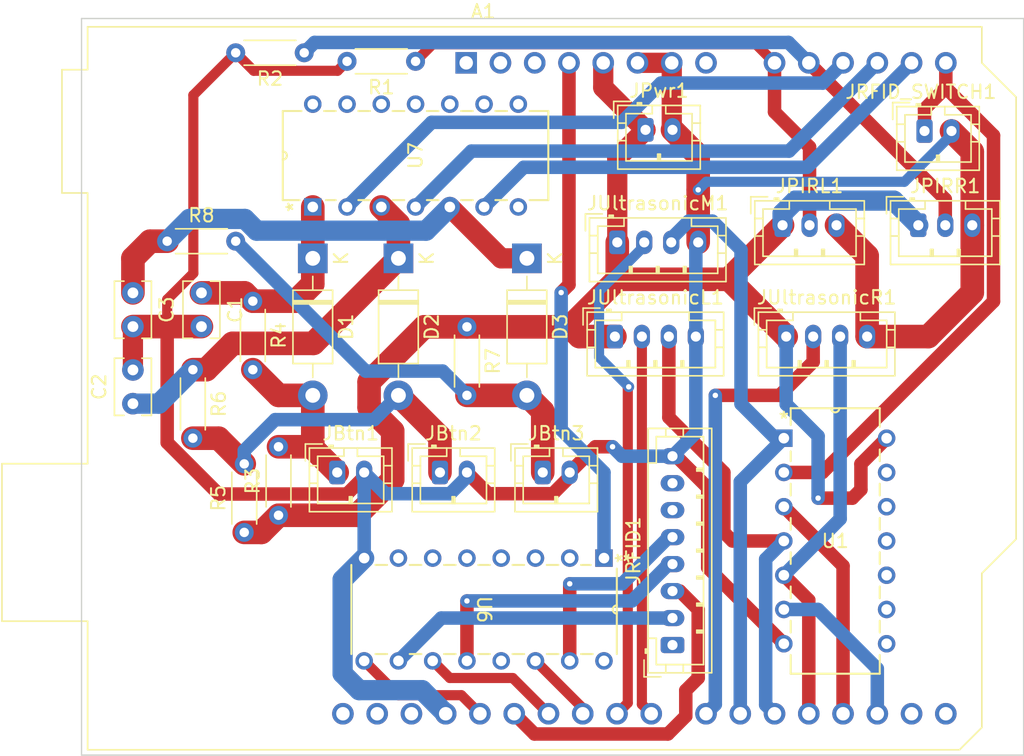
<source format=kicad_pcb>
(kicad_pcb (version 20221018) (generator pcbnew)
  (layers (0 "F.Cu" signal) (31 "B.Cu" signal) (34 "B.Paste" user) (35 "F.Paste" user) (36 "B.SilkS" user "B.Silkscreen") (37 "F.SilkS" user "F.Silkscreen") (38 "B.Mask" user) (39 "F.Mask" user) (44 "Edge.Cuts" user))
  (net 0 "")
  (net 4 "Net-(A1-3V3)")
  (net 5 "5V")
  (net 6 "GND")
  (net 8 "/PIRPinL")
  (net 9 "/PIRPinR")
  (net 10 "/BtnPin1")
  (net 11 "/BtnPin2")
  (net 12 "/BtnPin3")
  (net 13 "/RFID Card Trigger")
  (net 16 "/Interrupt1")
  (net 17 "/Interrupt2")
  (net 18 "/EchoPinR")
  (net 19 "/EchoPinL")
  (net 20 "/EchoPinM")
  (net 21 "/TrigPinR")
  (net 22 "/TrigPinL")
  (net 23 "/TrigPinM")
  (net 24 "/SSEL_5V")
  (net 25 "/MOSI_5V")
  (net 26 "/MISO")
  (net 27 "/SCK_5V")
  (net 31 "Net-(D1-K)")
  (net 32 "Net-(D1-A)")
  (net 33 "Net-(D2-K)")
  (net 34 "Net-(D2-A)")
  (net 35 "Net-(D3-K)")
  (net 36 "Net-(D3-A)")
  (net 49 "/SCK")
  (net 50 "/MOSI")
  (net 52 "/SSEL")
  (net 62 "/3V3")
  (footprint "CD74HC14E:N14" (layer "F.Cu") (at 137.16 60.325 90)
    (fp_text reference "U7" (at -3.81 -7.62 90 unlocked) (layer "F.SilkS"))
    (fp_text value "CD74HC14E")
    (fp_text user "*" (at -7.62 -16.6497 90 unlocked) (layer "F.SilkS"))
    (fp_text user "*" (at -7.62 -16.6497 90) (layer "F.SilkS"))
    (pad "1" thru_hole rect (at -7.62 -15.24 90) (size 1.2954 1.2954) (drill 0.7874) (layers "*.Cu" "*.Mask") (net 31 "Net-(D1-K)"))
    (pad "2" thru_hole circle (at -7.62 -12.7 90) (size 1.2954 1.2954) (drill 0.7874) (layers "*.Cu" "*.Mask") (net 10 "/BtnPin1"))
    (pad "3" thru_hole circle (at -7.62 -10.16 90) (size 1.2954 1.2954) (drill 0.7874) (layers "*.Cu" "*.Mask") (net 33 "Net-(D2-K)"))
    (pad "4" thru_hole circle (at -7.62 -7.62 90) (size 1.2954 1.2954) (drill 0.7874) (layers "*.Cu" "*.Mask") (net 11 "/BtnPin2"))
    (pad "5" thru_hole circle (at -7.62 -5.08 90) (size 1.2954 1.2954) (drill 0.7874) (layers "*.Cu" "*.Mask") (net 35 "Net-(D3-K)"))
    (pad "6" thru_hole circle (at -7.62 -2.54 90) (size 1.2954 1.2954) (drill 0.7874) (layers "*.Cu" "*.Mask") (net 12 "/BtnPin3"))
    (pad "7" thru_hole circle (at -7.62 0 90) (size 1.2954 1.2954) (drill 0.7874) (layers "*.Cu" "*.Mask"))
    (pad "8" thru_hole circle (at 0 0 90) (size 1.2954 1.2954) (drill 0.7874) (layers "*.Cu" "*.Mask"))
    (pad "9" thru_hole circle (at 0 -2.54 90) (size 1.2954 1.2954) (drill 0.7874) (layers "*.Cu" "*.Mask"))
    (pad "10" thru_hole circle (at 0 -5.08 90) (size 1.2954 1.2954) (drill 0.7874) (layers "*.Cu" "*.Mask"))
    (pad "11" thru_hole circle (at 0 -7.62 90) (size 1.2954 1.2954) (drill 0.7874) (layers "*.Cu" "*.Mask"))
    (pad "12" thru_hole circle (at 0 -10.16 90) (size 1.2954 1.2954) (drill 0.7874) (layers "*.Cu" "*.Mask"))
    (pad "13" thru_hole circle (at 0 -12.7 90) (size 1.2954 1.2954) (drill 0.7874) (layers "*.Cu" "*.Mask"))
    (pad "14" thru_hole circle (at 0 -15.24 90) (size 1.2954 1.2954) (drill 0.7874) (layers "*.Cu" "*.Mask"))
  )
  (footprint "Connector_JST:JST_PH_B4B-PH-K_1x04_P2.00mm_Vertical" (layer "F.Cu") (at 144.32 77.555)
    (fp_text reference "JUltrasonicL1" (at 3 -2.9) (layer "F.SilkS"))
    (fp_text value "Conn_01x04")
    (pad "1" thru_hole roundrect (at 0 0) (size 1.2 1.75) (drill 0.75) (layers "*.Cu" "*.Mask") (roundrect_rratio 0.208333) (net 5 "5V"))
    (pad "2" thru_hole oval (at 2 0) (size 1.2 1.75) (drill 0.75) (layers "*.Cu" "*.Mask") (net 22 "/TrigPinL"))
    (pad "3" thru_hole oval (at 4 0) (size 1.2 1.75) (drill 0.75) (layers "*.Cu" "*.Mask") (net 19 "/EchoPinL"))
    (pad "4" thru_hole oval (at 6 0) (size 1.2 1.75) (drill 0.75) (layers "*.Cu" "*.Mask") (net 6 "GND"))
  )
  (footprint "Connector_JST:JST_PH_B3B-PH-K_1x03_P2.00mm_Vertical" (layer "F.Cu") (at 156.75 69.3)
    (fp_text reference "JPIRL1" (at 2 -2.9) (layer "F.SilkS"))
    (fp_text value "Conn_01x03")
    (pad "1" thru_hole roundrect (at 0 0) (size 1.2 1.75) (drill 0.75) (layers "*.Cu" "*.Mask") (roundrect_rratio 0.208333) (net 5 "5V"))
    (pad "2" thru_hole oval (at 2 0) (size 1.2 1.75) (drill 0.75) (layers "*.Cu" "*.Mask") (net 8 "/PIRPinL"))
    (pad "3" thru_hole oval (at 4 0) (size 1.2 1.75) (drill 0.75) (layers "*.Cu" "*.Mask") (net 6 "GND"))
  )
  (footprint "Connector_JST:JST_PH_B2B-PH-K_1x02_P2.00mm_Vertical" (layer "F.Cu") (at 167.275 62.315)
    (fp_text reference "JRFID_SWITCH1" (at -0.27 -2.9) (layer "F.SilkS"))
    (fp_text value "Conn_01x02")
    (pad "1" thru_hole roundrect (at 0 0) (size 1.2 1.75) (drill 0.75) (layers "*.Cu" "*.Mask") (roundrect_rratio 0.208333) (net 13 "/RFID Card Trigger"))
    (pad "2" thru_hole oval (at 2 0) (size 1.2 1.75) (drill 0.75) (layers "*.Cu" "*.Mask") (net 6 "GND"))
  )
  (footprint "Connector_JST:JST_PH_B8B-PH-K_1x08_P2.00mm_Vertical" (layer "F.Cu") (at 148.59 100.425 90)
    (fp_text reference "JRFID1" (at 7 -2.9 90) (layer "F.SilkS"))
    (fp_text value "Conn_01x08")
    (pad "1" thru_hole roundrect (at 0 0 90) (size 1.2 1.75) (drill 0.75) (layers "*.Cu" "*.Mask") (roundrect_rratio 0.208333) (net 62 "/3V3"))
    (pad "2" thru_hole oval (at 2 0 90) (size 1.2 1.75) (drill 0.75) (layers "*.Cu" "*.Mask") (net 49 "/SCK"))
    (pad "3" thru_hole oval (at 4 0 90) (size 1.2 1.75) (drill 0.75) (layers "*.Cu" "*.Mask") (net 26 "/MISO"))
    (pad "4" thru_hole oval (at 6 0 90) (size 1.2 1.75) (drill 0.75) (layers "*.Cu" "*.Mask") (net 50 "/MOSI"))
    (pad "5" thru_hole oval (at 8 0 90) (size 1.2 1.75) (drill 0.75) (layers "*.Cu" "*.Mask") (net 52 "/SSEL"))
    (pad "6" thru_hole oval (at 10 0 90) (size 1.2 1.75) (drill 0.75) (layers "*.Cu" "*.Mask"))
    (pad "7" thru_hole oval (at 12 0 90) (size 1.2 1.75) (drill 0.75) (layers "*.Cu" "*.Mask"))
    (pad "8" thru_hole oval (at 14 0 90) (size 1.2 1.75) (drill 0.75) (layers "*.Cu" "*.Mask") (net 6 "GND"))
  )
  (footprint "Capacitor_THT:C_Rect_L4.0mm_W2.5mm_P2.50mm" (layer "F.Cu") (at 108.585 82.53 90)
    (fp_text reference "C2" (at 1.25 -2.5 90) (layer "F.SilkS"))
    (fp_text value "10uF")
    (pad "1" thru_hole circle (at 0 0 90) (size 1.6 1.6) (drill 0.8) (layers "*.Cu" "*.Mask") (net 33 "Net-(D2-K)"))
    (pad "2" thru_hole circle (at 2.5 0 90) (size 1.6 1.6) (drill 0.8) (layers "*.Cu" "*.Mask") (net 6 "GND"))
  )
  (footprint "Diode_THT:D_DO-41_SOD81_P10.16mm_Horizontal" (layer "F.Cu") (at 137.795 71.755 -90)
    (fp_text reference "D3" (at 5.08 -2.47 90) (layer "F.SilkS"))
    (fp_text value "1N4001")
    (fp_text user "K" (at 0 -2.1 90) (layer "F.SilkS"))
    (pad "1" thru_hole rect (at 0 0 270) (size 2.2 2.2) (drill 1.1) (layers "*.Cu" "*.Mask") (net 35 "Net-(D3-K)"))
    (pad "2" thru_hole oval (at 10.16 0 270) (size 2.2 2.2) (drill 1.1) (layers "*.Cu" "*.Mask") (net 36 "Net-(D3-A)"))
  )
  (footprint "Connector_JST:JST_PH_B3B-PH-K_1x03_P2.00mm_Vertical" (layer "F.Cu") (at 166.815 69.3)
    (fp_text reference "JPIRR1" (at 2 -2.9) (layer "F.SilkS"))
    (fp_text value "Conn_01x03")
    (pad "1" thru_hole roundrect (at 0 0) (size 1.2 1.75) (drill 0.75) (layers "*.Cu" "*.Mask") (roundrect_rratio 0.208333) (net 5 "5V"))
    (pad "2" thru_hole oval (at 2 0) (size 1.2 1.75) (drill 0.75) (layers "*.Cu" "*.Mask") (net 9 "/PIRPinR"))
    (pad "3" thru_hole oval (at 4 0) (size 1.2 1.75) (drill 0.75) (layers "*.Cu" "*.Mask") (net 6 "GND"))
  )
  (footprint "Connector_JST:JST_PH_B4B-PH-K_1x04_P2.00mm_Vertical" (layer "F.Cu") (at 144.495 70.57)
    (fp_text reference "JUltrasonicM1" (at 3 -2.9) (layer "F.SilkS"))
    (fp_text value "Conn_01x04")
    (pad "1" thru_hole roundrect (at 0 0) (size 1.2 1.75) (drill 0.75) (layers "*.Cu" "*.Mask") (roundrect_rratio 0.208333) (net 5 "5V"))
    (pad "2" thru_hole oval (at 2 0) (size 1.2 1.75) (drill 0.75) (layers "*.Cu" "*.Mask") (net 23 "/TrigPinM"))
    (pad "3" thru_hole oval (at 4 0) (size 1.2 1.75) (drill 0.75) (layers "*.Cu" "*.Mask") (net 20 "/EchoPinM"))
    (pad "4" thru_hole oval (at 6 0) (size 1.2 1.75) (drill 0.75) (layers "*.Cu" "*.Mask") (net 6 "GND"))
  )
  (footprint "Connector_JST:JST_PH_B2B-PH-K_1x02_P2.00mm_Vertical" (layer "F.Cu") (at 131.35 87.63)
    (fp_text reference "JBtn2" (at 1 -2.9) (layer "F.SilkS"))
    (fp_text value "Conn_01x02")
    (pad "1" thru_hole roundrect (at 0 0) (size 1.2 1.75) (drill 0.75) (layers "*.Cu" "*.Mask") (roundrect_rratio 0.208333) (net 34 "Net-(D2-A)"))
    (pad "2" thru_hole oval (at 2 0) (size 1.2 1.75) (drill 0.75) (layers "*.Cu" "*.Mask") (net 6 "GND"))
  )
  (footprint "Connector_JST:JST_PH_B2B-PH-K_1x02_P2.00mm_Vertical" (layer "F.Cu") (at 138.97 87.63)
    (fp_text reference "JBtn3" (at 1 -2.9) (layer "F.SilkS"))
    (fp_text value "Conn_01x02")
    (pad "1" thru_hole roundrect (at 0 0) (size 1.2 1.75) (drill 0.75) (layers "*.Cu" "*.Mask") (roundrect_rratio 0.208333) (net 36 "Net-(D3-A)"))
    (pad "2" thru_hole oval (at 2 0) (size 1.2 1.75) (drill 0.75) (layers "*.Cu" "*.Mask") (net 6 "GND"))
  )
  (footprint "Diode_THT:D_DO-41_SOD81_P10.16mm_Horizontal" (layer "F.Cu") (at 121.92 71.755 -90)
    (fp_text reference "D1" (at 5.08 -2.47 90) (layer "F.SilkS"))
    (fp_text value "1N4001")
    (fp_text user "K" (at 0 -2.1 90) (layer "F.SilkS"))
    (pad "1" thru_hole rect (at 0 0 270) (size 2.2 2.2) (drill 1.1) (layers "*.Cu" "*.Mask") (net 31 "Net-(D1-K)"))
    (pad "2" thru_hole oval (at 10.16 0 270) (size 2.2 2.2) (drill 1.1) (layers "*.Cu" "*.Mask") (net 32 "Net-(D1-A)"))
  )
  (footprint "Resistor_THT:R_Axial_DIN0204_L3.6mm_D1.6mm_P5.08mm_Horizontal" (layer "F.Cu") (at 116.84 92.075 90)
    (fp_text reference "R5" (at 2.54 -1.92 90) (layer "F.SilkS"))
    (fp_text value "10k")
    (pad "1" thru_hole circle (at 0 0 90) (size 1.4 1.4) (drill 0.7) (layers "*.Cu" "*.Mask") (net 5 "5V"))
    (pad "2" thru_hole oval (at 5.08 0 90) (size 1.4 1.4) (drill 0.7) (layers "*.Cu" "*.Mask") (net 34 "Net-(D2-A)"))
  )
  (footprint "Resistor_THT:R_Axial_DIN0204_L3.6mm_D1.6mm_P5.08mm_Horizontal" (layer "F.Cu") (at 129.54 57.15 180)
    (fp_text reference "R1" (at 2.54 -1.92) (layer "F.SilkS"))
    (fp_text value "10k")
    (pad "1" thru_hole circle (at 0 0 180) (size 1.4 1.4) (drill 0.7) (layers "*.Cu" "*.Mask") (net 8 "/PIRPinL"))
    (pad "2" thru_hole oval (at 5.08 0 180) (size 1.4 1.4) (drill 0.7) (layers "*.Cu" "*.Mask") (net 6 "GND"))
  )
  (footprint "Connector_JST:JST_PH_B2B-PH-K_1x02_P2.00mm_Vertical" (layer "F.Cu") (at 146.59 62.23)
    (fp_text reference "JPwr1" (at 1 -2.9) (layer "F.SilkS"))
    (fp_text value "Conn_01x02")
    (pad "1" thru_hole roundrect (at 0 0) (size 1.2 1.75) (drill 0.75) (layers "*.Cu" "*.Mask") (roundrect_rratio 0.208333) (net 5 "5V"))
    (pad "2" thru_hole oval (at 2 0) (size 1.2 1.75) (drill 0.75) (layers "*.Cu" "*.Mask") (net 6 "GND"))
  )
  (footprint "Resistor_THT:R_Axial_DIN0204_L3.6mm_D1.6mm_P5.08mm_Horizontal" (layer "F.Cu") (at 117.475 74.93 -90)
    (fp_text reference "R4" (at 2.54 -1.92 90) (layer "F.SilkS"))
    (fp_text value "10k")
    (pad "1" thru_hole circle (at 0 0 270) (size 1.4 1.4) (drill 0.7) (layers "*.Cu" "*.Mask") (net 31 "Net-(D1-K)"))
    (pad "2" thru_hole oval (at 5.08 0 270) (size 1.4 1.4) (drill 0.7) (layers "*.Cu" "*.Mask") (net 32 "Net-(D1-A)"))
  )
  (footprint "CD4050BE:N16" (layer "F.Cu") (at 125.73 101.6 -90)
    (fp_text reference "U6" (at -3.81 -8.89 -90 unlocked) (layer "F.SilkS"))
    (fp_text value "CD4050BE")
    (fp_text user "*" (at -7.62 -19.1897 -90 unlocked) (layer "F.SilkS"))
    (fp_text user "*" (at -7.62 -19.1897 90) (layer "F.SilkS"))
    (pad "1" thru_hole rect (at -7.62 -17.78 270) (size 1.2954 1.2954) (drill 0.7874) (layers "*.Cu" "*.Mask") (net 4 "Net-(A1-3V3)"))
    (pad "2" thru_hole circle (at -7.62 -15.24 270) (size 1.2954 1.2954) (drill 0.7874) (layers "*.Cu" "*.Mask"))
    (pad "3" thru_hole circle (at -7.62 -12.7 270) (size 1.2954 1.2954) (drill 0.7874) (layers "*.Cu" "*.Mask"))
    (pad "4" thru_hole circle (at -7.62 -10.16 270) (size 1.2954 1.2954) (drill 0.7874) (layers "*.Cu" "*.Mask"))
    (pad "5" thru_hole circle (at -7.62 -7.62 270) (size 1.2954 1.2954) (drill 0.7874) (layers "*.Cu" "*.Mask"))
    (pad "6" thru_hole circle (at -7.62 -5.08 270) (size 1.2954 1.2954) (drill 0.7874) (layers "*.Cu" "*.Mask"))
    (pad "7" thru_hole circle (at -7.62 -2.54 270) (size 1.2954 1.2954) (drill 0.7874) (layers "*.Cu" "*.Mask"))
    (pad "8" thru_hole circle (at -7.62 0 270) (size 1.2954 1.2954) (drill 0.7874) (layers "*.Cu" "*.Mask") (net 6 "GND"))
    (pad "9" thru_hole circle (at 0 0 270) (size 1.2954 1.2954) (drill 0.7874) (layers "*.Cu" "*.Mask") (net 27 "/SCK_5V"))
    (pad "10" thru_hole circle (at 0 -2.54 270) (size 1.2954 1.2954) (drill 0.7874) (layers "*.Cu" "*.Mask") (net 49 "/SCK"))
    (pad "11" thru_hole circle (at 0 -5.08 270) (size 1.2954 1.2954) (drill 0.7874) (layers "*.Cu" "*.Mask") (net 25 "/MOSI_5V"))
    (pad "12" thru_hole circle (at 0 -7.62 270) (size 1.2954 1.2954) (drill 0.7874) (layers "*.Cu" "*.Mask") (net 50 "/MOSI"))
    (pad "13" thru_hole circle (at 0 -10.16 270) (size 1.2954 1.2954) (drill 0.7874) (layers "*.Cu" "*.Mask"))
    (pad "14" thru_hole circle (at 0 -12.7 270) (size 1.2954 1.2954) (drill 0.7874) (layers "*.Cu" "*.Mask") (net 24 "/SSEL_5V"))
    (pad "15" thru_hole circle (at 0 -15.24 270) (size 1.2954 1.2954) (drill 0.7874) (layers "*.Cu" "*.Mask") (net 52 "/SSEL"))
    (pad "16" thru_hole circle (at 0 -17.78 270) (size 1.2954 1.2954) (drill 0.7874) (layers "*.Cu" "*.Mask"))
  )
  (footprint "Module:Arduino_UNO_R3" (layer "F.Cu") (at 133.295 57.26)
    (fp_text reference "A1" (at 1.27 -3.81 180) (layer "F.SilkS"))
    (fp_text value "Arduino_UNO_R3")
    (pad "1" thru_hole rect (at 0 0 90) (size 1.6 1.6) (drill 1) (layers "*.Cu" "*.Mask"))
    (pad "2" thru_hole oval (at 2.54 0 90) (size 1.6 1.6) (drill 1) (layers "*.Cu" "*.Mask"))
    (pad "3" thru_hole oval (at 5.08 0 90) (size 1.6 1.6) (drill 1) (layers "*.Cu" "*.Mask"))
    (pad "4" thru_hole oval (at 7.62 0 90) (size 1.6 1.6) (drill 1) (layers "*.Cu" "*.Mask") (net 4 "Net-(A1-3V3)"))
    (pad "5" thru_hole oval (at 10.16 0 90) (size 1.6 1.6) (drill 1) (layers "*.Cu" "*.Mask") (net 5 "5V"))
    (pad "6" thru_hole oval (at 12.7 0 90) (size 1.6 1.6) (drill 1) (layers "*.Cu" "*.Mask") (net 6 "GND"))
    (pad "7" thru_hole oval (at 15.24 0 90) (size 1.6 1.6) (drill 1) (layers "*.Cu" "*.Mask") (net 6 "GND"))
    (pad "8" thru_hole oval (at 17.78 0 90) (size 1.6 1.6) (drill 1) (layers "*.Cu" "*.Mask"))
    (pad "9" thru_hole oval (at 22.86 0 90) (size 1.6 1.6) (drill 1) (layers "*.Cu" "*.Mask") (net 8 "/PIRPinL"))
    (pad "10" thru_hole oval (at 25.4 0 90) (size 1.6 1.6) (drill 1) (layers "*.Cu" "*.Mask") (net 9 "/PIRPinR"))
    (pad "11" thru_hole oval (at 27.94 0 90) (size 1.6 1.6) (drill 1) (layers "*.Cu" "*.Mask") (net 10 "/BtnPin1"))
    (pad "12" thru_hole oval (at 30.48 0 90) (size 1.6 1.6) (drill 1) (layers "*.Cu" "*.Mask") (net 11 "/BtnPin2"))
    (pad "13" thru_hole oval (at 33.02 0 90) (size 1.6 1.6) (drill 1) (layers "*.Cu" "*.Mask") (net 12 "/BtnPin3"))
    (pad "14" thru_hole oval (at 35.56 0 90) (size 1.6 1.6) (drill 1) (layers "*.Cu" "*.Mask") (net 13 "/RFID Card Trigger"))
    (pad "15" thru_hole oval (at 35.56 48.26 90) (size 1.6 1.6) (drill 1) (layers "*.Cu" "*.Mask"))
    (pad "16" thru_hole oval (at 33.02 48.26 90) (size 1.6 1.6) (drill 1) (layers "*.Cu" "*.Mask"))
    (pad "17" thru_hole oval (at 30.48 48.26 90) (size 1.6 1.6) (drill 1) (layers "*.Cu" "*.Mask") (net 16 "/Interrupt1"))
    (pad "18" thru_hole oval (at 27.94 48.26 90) (size 1.6 1.6) (drill 1) (layers "*.Cu" "*.Mask") (net 17 "/Interrupt2"))
    (pad "19" thru_hole oval (at 25.4 48.26 90) (size 1.6 1.6) (drill 1) (layers "*.Cu" "*.Mask") (net 18 "/EchoPinR"))
    (pad "20" thru_hole oval (at 22.86 48.26 90) (size 1.6 1.6) (drill 1) (layers "*.Cu" "*.Mask") (net 19 "/EchoPinL"))
    (pad "21" thru_hole oval (at 20.32 48.26 90) (size 1.6 1.6) (drill 1) (layers "*.Cu" "*.Mask") (net 20 "/EchoPinM"))
    (pad "22" thru_hole oval (at 17.78 48.26 90) (size 1.6 1.6) (drill 1) (layers "*.Cu" "*.Mask") (net 21 "/TrigPinR"))
    (pad "23" thru_hole oval (at 13.72 48.26 90) (size 1.6 1.6) (drill 1) (layers "*.Cu" "*.Mask") (net 22 "/TrigPinL"))
    (pad "24" thru_hole oval (at 11.18 48.26 90) (size 1.6 1.6) (drill 1) (layers "*.Cu" "*.Mask") (net 23 "/TrigPinM"))
    (pad "25" thru_hole oval (at 8.64 48.26 90) (size 1.6 1.6) (drill 1) (layers "*.Cu" "*.Mask") (net 24 "/SSEL_5V"))
    (pad "26" thru_hole oval (at 6.1 48.26 90) (size 1.6 1.6) (drill 1) (layers "*.Cu" "*.Mask") (net 25 "/MOSI_5V"))
    (pad "27" thru_hole oval (at 3.56 48.26 90) (size 1.6 1.6) (drill 1) (layers "*.Cu" "*.Mask") (net 26 "/MISO"))
    (pad "28" thru_hole oval (at 1.02 48.26 90) (size 1.6 1.6) (drill 1) (layers "*.Cu" "*.Mask") (net 27 "/SCK_5V"))
    (pad "29" thru_hole oval (at -1.52 48.26 90) (size 1.6 1.6) (drill 1) (layers "*.Cu" "*.Mask") (net 6 "GND"))
    (pad "30" thru_hole oval (at -4.06 48.26 90) (size 1.6 1.6) (drill 1) (layers "*.Cu" "*.Mask"))
    (pad "31" thru_hole oval (at -6.6 48.26 90) (size 1.6 1.6) (drill 1) (layers "*.Cu" "*.Mask"))
    (pad "32" thru_hole oval (at -9.14 48.26 90) (size 1.6 1.6) (drill 1) (layers "*.Cu" "*.Mask"))
  )
  (footprint "Connector_JST:JST_PH_B2B-PH-K_1x02_P2.00mm_Vertical" (layer "F.Cu") (at 123.73 87.63)
    (fp_text reference "JBtn1" (at 1 -2.9) (layer "F.SilkS"))
    (fp_text value "Conn_01x02")
    (pad "1" thru_hole roundrect (at 0 0) (size 1.2 1.75) (drill 0.75) (layers "*.Cu" "*.Mask") (roundrect_rratio 0.208333) (net 32 "Net-(D1-A)"))
    (pad "2" thru_hole oval (at 2 0) (size 1.2 1.75) (drill 0.75) (layers "*.Cu" "*.Mask") (net 6 "GND"))
  )
  (footprint "Resistor_THT:R_Axial_DIN0204_L3.6mm_D1.6mm_P5.08mm_Horizontal" (layer "F.Cu") (at 113.03 80.01 -90)
    (fp_text reference "R6" (at 2.54 -1.92 90) (layer "F.SilkS"))
    (fp_text value "10k")
    (pad "1" thru_hole circle (at 0 0 270) (size 1.4 1.4) (drill 0.7) (layers "*.Cu" "*.Mask") (net 33 "Net-(D2-K)"))
    (pad "2" thru_hole oval (at 5.08 0 270) (size 1.4 1.4) (drill 0.7) (layers "*.Cu" "*.Mask") (net 34 "Net-(D2-A)"))
  )
  (footprint "Resistor_THT:R_Axial_DIN0204_L3.6mm_D1.6mm_P5.08mm_Horizontal" (layer "F.Cu") (at 111.125 70.485)
    (fp_text reference "R8" (at 2.54 -1.92) (layer "F.SilkS"))
    (fp_text value "10k")
    (pad "1" thru_hole circle (at 0 0) (size 1.4 1.4) (drill 0.7) (layers "*.Cu" "*.Mask") (net 35 "Net-(D3-K)"))
    (pad "2" thru_hole oval (at 5.08 0) (size 1.4 1.4) (drill 0.7) (layers "*.Cu" "*.Mask") (net 36 "Net-(D3-A)"))
  )
  (footprint "Resistor_THT:R_Axial_DIN0204_L3.6mm_D1.6mm_P5.08mm_Horizontal" (layer "F.Cu") (at 121.285 56.515 180)
    (fp_text reference "R2" (at 2.54 -1.92) (layer "F.SilkS"))
    (fp_text value "10k")
    (pad "1" thru_hole circle (at 0 0 180) (size 1.4 1.4) (drill 0.7) (layers "*.Cu" "*.Mask") (net 9 "/PIRPinR"))
    (pad "2" thru_hole oval (at 5.08 0 180) (size 1.4 1.4) (drill 0.7) (layers "*.Cu" "*.Mask") (net 6 "GND"))
  )
  (footprint "Connector_JST:JST_PH_B4B-PH-K_1x04_P2.00mm_Vertical" (layer "F.Cu") (at 157.02 77.555)
    (fp_text reference "JUltrasonicR1" (at 3 -2.9) (layer "F.SilkS"))
    (fp_text value "Conn_01x04")
    (pad "1" thru_hole roundrect (at 0 0) (size 1.2 1.75) (drill 0.75) (layers "*.Cu" "*.Mask") (roundrect_rratio 0.208333) (net 5 "5V"))
    (pad "2" thru_hole oval (at 2 0) (size 1.2 1.75) (drill 0.75) (layers "*.Cu" "*.Mask") (net 21 "/TrigPinR"))
    (pad "3" thru_hole oval (at 4 0) (size 1.2 1.75) (drill 0.75) (layers "*.Cu" "*.Mask") (net 18 "/EchoPinR"))
    (pad "4" thru_hole oval (at 6 0) (size 1.2 1.75) (drill 0.75) (layers "*.Cu" "*.Mask") (net 6 "GND"))
  )
  (footprint "SN74AHC86N:N14" (layer "F.Cu") (at 164.465 100.33)
    (fp_text reference "U1" (at -3.81 -7.62 unlocked) (layer "F.SilkS"))
    (fp_text value "SN74AHC86N")
    (fp_text user "*" (at -7.62 -16.6497) (layer "F.SilkS"))
    (fp_text user "*" (at -7.62 -16.6497 unlocked) (layer "F.SilkS"))
    (pad "1" thru_hole rect (at -7.62 -15.24) (size 1.2954 1.2954) (drill 0.7874) (layers "*.Cu" "*.Mask") (net 20 "/EchoPinM"))
    (pad "2" thru_hole circle (at -7.62 -12.7) (size 1.2954 1.2954) (drill 0.7874) (layers "*.Cu" "*.Mask") (net 13 "/RFID Card Trigger"))
    (pad "3" thru_hole circle (at -7.62 -10.16) (size 1.2954 1.2954) (drill 0.7874) (layers "*.Cu" "*.Mask") (net 17 "/Interrupt2"))
    (pad "4" thru_hole circle (at -7.62 -7.62) (size 1.2954 1.2954) (drill 0.7874) (layers "*.Cu" "*.Mask") (net 19 "/EchoPinL"))
    (pad "5" thru_hole circle (at -7.62 -5.08) (size 1.2954 1.2954) (drill 0.7874) (layers "*.Cu" "*.Mask") (net 18 "/EchoPinR"))
    (pad "6" thru_hole circle (at -7.62 -2.54) (size 1.2954 1.2954) (drill 0.7874) (layers "*.Cu" "*.Mask") (net 16 "/Interrupt1"))
    (pad "7" thru_hole circle (at -7.62 0) (size 1.2954 1.2954) (drill 0.7874) (layers "*.Cu" "*.Mask") (net 6 "GND"))
    (pad "8" thru_hole circle (at 0 0) (size 1.2954 1.2954) (drill 0.7874) (layers "*.Cu" "*.Mask"))
    (pad "9" thru_hole circle (at 0 -2.54) (size 1.2954 1.2954) (drill 0.7874) (layers "*.Cu" "*.Mask"))
    (pad "10" thru_hole circle (at 0 -5.08) (size 1.2954 1.2954) (drill 0.7874) (layers "*.Cu" "*.Mask"))
    (pad "11" thru_hole circle (at 0 -7.62) (size 1.2954 1.2954) (drill 0.7874) (layers "*.Cu" "*.Mask"))
    (pad "12" thru_hole circle (at 0 -10.16) (size 1.2954 1.2954) (drill 0.7874) (layers "*.Cu" "*.Mask"))
    (pad "13" thru_hole circle (at 0 -12.7) (size 1.2954 1.2954) (drill 0.7874) (layers "*.Cu" "*.Mask"))
    (pad "14" thru_hole circle (at 0 -15.24) (size 1.2954 1.2954) (drill 0.7874) (layers "*.Cu" "*.Mask") (net 5 "5V"))
  )
  (footprint "Resistor_THT:R_Axial_DIN0204_L3.6mm_D1.6mm_P5.08mm_Horizontal" (layer "F.Cu") (at 133.35 76.835 -90)
    (fp_text reference "R7" (at 2.54 -1.92 90) (layer "F.SilkS"))
    (fp_text value "10k")
    (pad "1" thru_hole circle (at 0 0 270) (size 1.4 1.4) (drill 0.7) (layers "*.Cu" "*.Mask") (net 5 "5V"))
    (pad "2" thru_hole oval (at 5.08 0 270) (size 1.4 1.4) (drill 0.7) (layers "*.Cu" "*.Mask") (net 36 "Net-(D3-A)"))
  )
  (footprint "Diode_THT:D_DO-41_SOD81_P10.16mm_Horizontal" (layer "F.Cu") (at 128.27 71.755 -90)
    (fp_text reference "D2" (at 5.08 -2.47 90) (layer "F.SilkS"))
    (fp_text value "1N4001")
    (fp_text user "K" (at 0 -2.1 90) (layer "F.SilkS"))
    (pad "1" thru_hole rect (at 0 0 270) (size 2.2 2.2) (drill 1.1) (layers "*.Cu" "*.Mask") (net 33 "Net-(D2-K)"))
    (pad "2" thru_hole oval (at 10.16 0 270) (size 2.2 2.2) (drill 1.1) (layers "*.Cu" "*.Mask") (net 34 "Net-(D2-A)"))
  )
  (footprint "Capacitor_THT:C_Rect_L4.0mm_W2.5mm_P2.50mm" (layer "F.Cu") (at 108.585 74.315 -90)
    (fp_text reference "C3" (at 1.25 -2.5 90) (layer "F.SilkS"))
    (fp_text value "10uF")
    (pad "1" thru_hole circle (at 0 0 270) (size 1.6 1.6) (drill 0.8) (layers "*.Cu" "*.Mask") (net 35 "Net-(D3-K)"))
    (pad "2" thru_hole circle (at 2.5 0 270) (size 1.6 1.6) (drill 0.8) (layers "*.Cu" "*.Mask") (net 6 "GND"))
  )
  (footprint "Resistor_THT:R_Axial_DIN0204_L3.6mm_D1.6mm_P5.08mm_Horizontal" (layer "F.Cu") (at 119.38 90.805 90)
    (fp_text reference "R3" (at 2.54 -1.92 90) (layer "F.SilkS"))
    (fp_text value "10k")
    (pad "1" thru_hole circle (at 0 0 90) (size 1.4 1.4) (drill 0.7) (layers "*.Cu" "*.Mask") (net 5 "5V"))
    (pad "2" thru_hole oval (at 5.08 0 90) (size 1.4 1.4) (drill 0.7) (layers "*.Cu" "*.Mask") (net 32 "Net-(D1-A)"))
  )
  (footprint "Capacitor_THT:C_Rect_L4.0mm_W2.5mm_P2.50mm" (layer "F.Cu") (at 113.665 74.315 -90)
    (fp_text reference "C1" (at 1.25 -2.5 90) (layer "F.SilkS"))
    (fp_text value "10uF")
    (pad "1" thru_hole circle (at 0 0 270) (size 1.6 1.6) (drill 0.8) (layers "*.Cu" "*.Mask") (net 31 "Net-(D1-K)"))
    (pad "2" thru_hole circle (at 2.5 0 270) (size 1.6 1.6) (drill 0.8) (layers "*.Cu" "*.Mask") (net 6 "GND"))
  )
  (gr_line (start 174.625 53.975) (end 174.625 108.585) (stroke (width 0.1)) (layer "Edge.Cuts"))
  (gr_line (start 174.625 108.585) (end 104.775 108.585) (stroke (width 0.1)) (layer "Edge.Cuts"))
  (gr_line (start 104.775 53.975) (end 174.625 53.975) (stroke (width 0.1)) (layer "Edge.Cuts"))
  (gr_line (start 104.775 108.585) (end 104.775 53.975) (stroke (width 0.1)) (layer "Edge.Cuts"))
  (segment (start 140.915 57.26) (end 140.915 73.715) (width 1) (layer "F.Cu") (net 4))
  (segment (start 140.915 73.715) (end 140.335 74.295) (width 1) (layer "F.Cu") (net 4))
  (via (at 140.335 74.295) (size 0.8) (drill 0.4) (layers "F.Cu" "B.Cu") (net 4))
  (segment (start 143.51 87.63) (end 143.51 93.98) (width 1) (layer "B.Cu") (net 4))
  (segment (start 140.335 84.455) (end 143.51 87.63) (width 1) (layer "B.Cu") (net 4))
  (segment (start 140.335 74.295) (end 140.335 84.455) (width 1) (layer "B.Cu") (net 4))
  (segment (start 119.38 90.805) (end 125.198808 90.805) (width 1.75) (layer "F.Cu") (net 5))
  (segment (start 144.495 73.31) (end 140.97 76.835) (width 1.75) (layer "F.Cu") (net 5))
  (segment (start 143.455 59.095) (end 146.59 62.23) (width 1.5) (layer "F.Cu") (net 5))
  (segment (start 126.095 80.915) (end 130.175 76.835) (width 1.75) (layer "F.Cu") (net 5))
  (segment (start 130.175 76.835) (end 133.35 76.835) (width 1.75) (layer "F.Cu") (net 5))
  (segment (start 127.843642 84.564557) (end 126.095 82.815915) (width 1.75) (layer "F.Cu") (net 5))
  (segment (start 152.775 73.31) (end 157.02 77.555) (width 1.75) (layer "F.Cu") (net 5))
  (segment (start 127.843642 88.160166) (end 127.843642 84.564557) (width 1.75) (layer "F.Cu") (net 5))
  (segment (start 133.35 76.835) (end 140.97 76.835) (width 1.75) (layer "F.Cu") (net 5))
  (segment (start 141.69 77.555) (end 144.32 77.555) (width 1.75) (layer "F.Cu") (net 5))
  (segment (start 162.56 86.995) (end 164.465 85.09) (width 1) (layer "F.Cu") (net 5))
  (segment (start 144.495 70.57) (end 144.495 73.31) (width 1.75) (layer "F.Cu") (net 5))
  (segment (start 140.97 76.835) (end 141.69 77.555) (width 1.75) (layer "F.Cu") (net 5))
  (segment (start 118.11 92.075) (end 119.38 90.805) (width 1.75) (layer "F.Cu") (net 5))
  (segment (start 144.495 73.31) (end 152.775 73.31) (width 1.75) (layer "F.Cu") (net 5))
  (segment (start 159.385 89.535) (end 161.925 89.535) (width 1) (layer "F.Cu") (net 5))
  (segment (start 152.775 73.275) (end 156.75 69.3) (width 1.75) (layer "F.Cu") (net 5))
  (segment (start 143.455 57.26) (end 143.455 59.095) (width 1.5) (layer "F.Cu") (net 5))
  (segment (start 146.59 62.23) (end 144.495 64.325) (width 1.5) (layer "F.Cu") (net 5))
  (segment (start 126.095 82.815915) (end 126.095 80.915) (width 1.75) (layer "F.Cu") (net 5))
  (segment (start 144.495 64.325) (end 144.495 70.57) (width 1.5) (layer "F.Cu") (net 5))
  (segment (start 116.84 92.075) (end 118.11 92.075) (width 1.75) (layer "F.Cu") (net 5))
  (segment (start 125.198808 90.805) (end 127.843642 88.160166) (width 1.75) (layer "F.Cu") (net 5))
  (segment (start 161.925 89.535) (end 162.56 88.9) (width 1) (layer "F.Cu") (net 5))
  (segment (start 152.775 73.31) (end 152.775 73.275) (width 1.75) (layer "F.Cu") (net 5))
  (segment (start 162.56 88.9) (end 162.56 86.995) (width 1) (layer "F.Cu") (net 5))
  (via (at 159.385 89.535) (size 0.8) (drill 0.4) (layers "F.Cu" "B.Cu") (net 5))
  (segment (start 157.02 77.555) (end 157.02 82.5696) (width 1) (layer "B.Cu") (net 5))
  (segment (start 157.7 67.475) (end 156.75 68.425) (width 1.5) (layer "B.Cu") (net 5))
  (segment (start 157.02 82.5696) (end 159.385 84.9346) (width 1) (layer "B.Cu") (net 5))
  (segment (start 156.75 68.425) (end 156.75 69.3) (width 1.5) (layer "B.Cu") (net 5))
  (segment (start 159.385 84.9346) (end 159.385 89.535) (width 1) (layer "B.Cu") (net 5))
  (segment (start 166.815 69.3) (end 164.99 67.475) (width 1.5) (layer "B.Cu") (net 5))
  (segment (start 164.99 67.475) (end 157.7 67.475) (width 1.5) (layer "B.Cu") (net 5))
  (segment (start 144.145 85.725) (end 142.875 85.725) (width 1) (layer "F.Cu") (net 6))
  (segment (start 124.46 57.15) (end 123.76 57.85) (width 0.75) (layer "F.Cu") (net 6))
  (segment (start 114.942614 89.23) (end 111.125 85.412386) (width 1) (layer "F.Cu") (net 6))
  (segment (start 125.73 87.95543) (end 124.45543 89.23) (width 1) (layer "F.Cu") (net 6))
  (segment (start 116.205 56.515) (end 113.06439 59.65561) (width 0.75) (layer "F.Cu") (net 6))
  (segment (start 142.875 85.725) (end 140.97 87.63) (width 1) (layer "F.Cu") (net 6))
  (segment (start 163.02 71.57) (end 163.02 77.555) (width 1.75) (layer "F.Cu") (net 6))
  (segment (start 150.495 64.135) (end 148.59 62.23) (width 1.75) (layer "F.Cu") (net 6))
  (segment (start 113.665 76.815) (end 111.125 76.815) (width 1.75) (layer "F.Cu") (net 6))
  (segment (start 170.815 69.3) (end 170.815 63.855) (width 1.75) (layer "F.Cu") (net 6))
  (segment (start 113.06439 72.865) (end 111.125 74.80439) (width 0.75) (layer "F.Cu") (net 6))
  (segment (start 148.535 57.26) (end 148.535 62.175) (width 1.5) (layer "F.Cu") (net 6))
  (segment (start 111.125 85.412386) (end 111.125 76.815) (width 1) (layer "F.Cu") (net 6))
  (segment (start 108.585 80.03) (end 108.585 76.815) (width 1.5) (layer "F.Cu") (net 6))
  (segment (start 150.495 66.675) (end 150.495 64.135) (width 1.75) (layer "F.Cu") (net 6))
  (segment (start 134.925 89.205) (end 133.35 87.63) (width 1) (layer "F.Cu") (net 6))
  (segment (start 151.2 94.685) (end 151.2 88.76) (width 1) (layer "F.Cu") (net 6))
  (segment (start 123.76 57.85) (end 117.54 57.85) (width 0.75) (layer "F.Cu") (net 6))
  (segment (start 113.06439 59.65561) (end 113.06439 72.865) (width 0.75) (layer "F.Cu") (net 6))
  (segment (start 148.865 86.425) (end 148.59 86.425) (width 1) (layer "F.Cu") (net 6))
  (segment (start 140.97 87.63) (end 140.97 87.95543) (width 1) (layer "F.Cu") (net 6))
  (segment (start 150.495 70.57) (end 150.495 66.675) (width 1.75) (layer "F.Cu") (net 6))
  (segment (start 151.2 88.76) (end 148.865 86.425) (width 1) (layer "F.Cu") (net 6))
  (segment (start 111.125 74.80439) (end 111.125 76.815) (width 0.75) (layer "F.Cu") (net 6))
  (segment (start 117.54 57.85) (end 116.205 56.515) (width 0.75) (layer "F.Cu") (net 6))
  (segment (start 148.535 62.175) (end 148.59 62.23) (width 1.5) (layer "F.Cu") (net 6))
  (segment (start 170.815 69.3) (end 170.815 74.295) (width 1.75) (layer "F.Cu") (net 6))
  (segment (start 170.815 74.295) (end 167.555 77.555) (width 1.75) (layer "F.Cu") (net 6))
  (segment (start 140.97 87.95543) (end 139.72043 89.205) (width 1) (layer "F.Cu") (net 6))
  (segment (start 111.125 76.815) (end 108.585 76.815) (width 1.75) (layer "F.Cu") (net 6))
  (segment (start 170.815 63.855) (end 169.275 62.315) (width 1.75) (layer "F.Cu") (net 6))
  (segment (start 167.555 77.555) (end 163.02 77.555) (width 1.75) (layer "F.Cu") (net 6))
  (segment (start 160.75 69.3) (end 163.02 71.57) (width 1.75) (layer "F.Cu") (net 6))
  (segment (start 156.845 100.33) (end 151.2 94.685) (width 1) (layer "F.Cu") (net 6))
  (segment (start 125.73 87.63) (end 125.73 87.95543) (width 1) (layer "F.Cu") (net 6))
  (segment (start 139.72043 89.205) (end 134.925 89.205) (width 1) (layer "F.Cu") (net 6))
  (segment (start 145.995 57.26) (end 148.535 57.26) (width 1.5) (layer "F.Cu") (net 6))
  (segment (start 124.45543 89.23) (end 114.942614 89.23) (width 1) (layer "F.Cu") (net 6))
  (via (at 144.145 85.725) (size 0.8) (drill 0.4) (layers "F.Cu" "B.Cu") (net 6))
  (via (at 150.495 66.675) (size 0.8) (drill 0.4) (layers "F.Cu" "B.Cu") (net 6))
  (segment (start 125.73 93.98) (end 125.73 87.63) (width 1) (layer "B.Cu") (net 6))
  (segment (start 150.32 70.745) (end 150.495 70.57) (width 1) (layer "B.Cu") (net 6))
  (segment (start 124.1323 102.5423) (end 125.36 103.77) (width 1.5) (layer "B.Cu") (net 6))
  (segment (start 150.32 77.555) (end 150.32 84.695) (width 1) (layer "B.Cu") (net 6))
  (segment (start 165.785 66.08) (end 151.09 66.08) (width 0.75) (layer "B.Cu") (net 6))
  (segment (start 130.025 103.77) (end 131.775 105.52) (width 1.5) (layer "B.Cu") (net 6))
  (segment (start 125.36 103.77) (end 130.025 103.77) (width 1.5) (layer "B.Cu") (net 6))
  (segment (start 169.275 62.315) (end 169.275 62.59) (width 0.75) (layer "B.Cu") (net 6))
  (segment (start 124.1323 95.5777) (end 124.1323 102.5423) (width 1.5) (layer "B.Cu") (net 6))
  (segment (start 148.59 86.425) (end 144.845 86.425) (width 1) (layer "B.Cu") (net 6))
  (segment (start 169.275 62.59) (end 165.785 66.08) (width 0.75) (layer "B.Cu") (net 6))
  (segment (start 132.10043 89.205) (end 133.35 87.95543) (width 1) (layer "B.Cu") (net 6))
  (segment (start 125.73 87.63) (end 127.305 89.205) (width 1) (layer "B.Cu") (net 6))
  (segment (start 151.09 66.08) (end 150.495 66.675) (width 0.75) (layer "B.Cu") (net 6))
  (segment (start 144.845 86.425) (end 144.145 85.725) (width 1) (layer "B.Cu") (net 6))
  (segment (start 133.35 87.95543) (end 133.35 87.63) (width 1) (layer "B.Cu") (net 6))
  (segment (start 127.305 89.205) (end 132.10043 89.205) (width 1) (layer "B.Cu") (net 6))
  (segment (start 150.32 84.695) (end 148.59 86.425) (width 1) (layer "B.Cu") (net 6))
  (segment (start 125.73 93.98) (end 124.1323 95.5777) (width 1.5) (layer "B.Cu") (net 6))
  (segment (start 150.32 77.555) (end 150.32 70.745) (width 1) (layer "B.Cu") (net 6))
  (segment (start 158.75 69.3) (end 158.75 63.5) (width 1) (layer "F.Cu") (net 8))
  (segment (start 154.78 55.885) (end 156.155 57.26) (width 0.75) (layer "F.Cu") (net 8))
  (segment (start 156.155 60.905) (end 156.155 57.26) (width 1) (layer "F.Cu") (net 8))
  (segment (start 158.75 63.5) (end 156.155 60.905) (width 1) (layer "F.Cu") (net 8))
  (segment (start 130.805 55.885) (end 154.78 55.885) (width 0.75) (layer "F.Cu") (net 8))
  (segment (start 129.54 57.15) (end 130.805 55.885) (width 0.75) (layer "F.Cu") (net 8))
  (segment (start 158.695 57.26) (end 168.815 67.38) (width 1) (layer "F.Cu") (net 9))
  (segment (start 168.815 67.38) (end 168.815 69.3) (width 1) (layer "F.Cu") (net 9))
  (segment (start 157.185 55.75) (end 122.05 55.75) (width 1) (layer "B.Cu") (net 9))
  (segment (start 158.695 57.26) (end 157.185 55.75) (width 1) (layer "B.Cu") (net 9))
  (segment (start 122.05 55.75) (end 121.285 56.515) (width 1) (layer "B.Cu") (net 9))
  (segment (start 147.73457 58.76) (end 159.735 58.76) (width 1) (layer "B.Cu") (net 10))
  (segment (start 130.7323 61.6727) (end 144.82187 61.6727) (width 1) (layer "B.Cu") (net 10))
  (segment (start 159.735 58.76) (end 161.235 57.26) (width 1) (layer "B.Cu") (net 10))
  (segment (start 144.82187 61.6727) (end 147.73457 58.76) (width 1) (layer "B.Cu") (net 10))
  (segment (start 124.46 67.945) (end 130.7323 61.6727) (width 1) (layer "B.Cu") (net 10))
  (segment (start 129.54 67.945) (end 133.68 63.805) (width 1) (layer "B.Cu") (net 11))
  (segment (start 157.23 63.805) (end 163.775 57.26) (width 1) (layer "B.Cu") (net 11))
  (segment (start 133.68 63.805) (end 157.23 63.805) (width 1) (layer "B.Cu") (net 11))
  (segment (start 158.57 65.005) (end 166.315 57.26) (width 1) (layer "B.Cu") (net 12))
  (segment (start 137.56 65.005) (end 158.57 65.005) (width 1) (layer "B.Cu") (net 12))
  (segment (start 134.62 67.945) (end 137.56 65.005) (width 1) (layer "B.Cu") (net 12))
  (segment (start 168.855 59.11) (end 167.275 60.69) (width 1) (layer "F.Cu") (net 13))
  (segment (start 168.855 59.11) (end 172.39 62.645) (width 1) (layer "F.Cu") (net 13))
  (segment (start 159.707386 87.63) (end 156.845 87.63) (width 1) (layer "F.Cu") (net 13))
  (segment (start 172.39 62.645) (end 172.39 74.947386) (width 1) (layer "F.Cu") (net 13))
  (segment (start 172.39 74.947386) (end 159.707386 87.63) (width 1) (layer "F.Cu") (net 13))
  (segment (start 167.275 60.69) (end 167.275 62.315) (width 1) (layer "F.Cu") (net 13))
  (segment (start 168.855 57.26) (end 168.855 59.11) (width 1) (layer "F.Cu") (net 13))
  (segment (start 163.775 105.52) (end 163.775 102.18) (width 1) (layer "B.Cu") (net 16))
  (segment (start 163.775 102.18) (end 159.385 97.79) (width 1) (layer "B.Cu") (net 16))
  (segment (start 159.385 97.79) (end 156.845 97.79) (width 1) (layer "B.Cu") (net 16))
  (segment (start 156.845 90.17) (end 161.235 94.56) (width 1) (layer "F.Cu") (net 17))
  (segment (start 161.235 94.56) (end 161.235 105.52) (width 1) (layer "F.Cu") (net 17))
  (segment (start 158.695 97.1) (end 156.845 95.25) (width 1) (layer "F.Cu") (net 18))
  (segment (start 158.695 105.52) (end 158.695 97.1) (width 1) (layer "F.Cu") (net 18))
  (segment (start 161.02 91.075) (end 161.02 77.555) (width 1) (layer "B.Cu") (net 18))
  (segment (start 156.845 95.25) (end 161.02 91.075) (width 1) (layer "B.Cu") (net 18))
  (segment (start 152.4 92.075) (end 152.4 87.630936) (width 1) (layer "F.Cu") (net 19))
  (segment (start 152.4 87.630936) (end 148.32 83.550936) (width 1) (layer "F.Cu") (net 19))
  (segment (start 148.32 77.555) (end 148.32 83.550936) (width 1) (layer "F.Cu") (net 19))
  (segment (start 153.035 92.71) (end 152.4 92.075) (width 1) (layer "F.Cu") (net 19))
  (segment (start 156.845 92.71) (end 153.035 92.71) (width 1) (layer "F.Cu") (net 19))
  (segment (start 155.4973 104.8623) (end 155.4973 94.0577) (width 1) (layer "B.Cu") (net 19))
  (segment (start 156.155 105.52) (end 155.4973 104.8623) (width 1) (layer "B.Cu") (net 19))
  (segment (start 155.4973 94.0577) (end 156.845 92.71) (width 1) (layer "B.Cu") (net 19))
  (segment (start 153.67 82.55) (end 156.21 85.09) (width 1) (layer "B.Cu") (net 20))
  (segment (start 148.495 70.57) (end 148.495 70.295) (width 1) (layer "B.Cu") (net 20))
  (segment (start 153.615 88.32) (end 153.615 105.52) (width 1) (layer "B.Cu") (net 20))
  (segment (start 156.21 85.09) (end 156.845 85.09) (width 1) (layer "B.Cu") (net 20))
  (segment (start 151.545 68.995) (end 153.67 71.12) (width 1) (layer "B.Cu") (net 20))
  (segment (start 148.495 70.295) (end 149.795 68.995) (width 1) (layer "B.Cu") (net 20))
  (segment (start 153.67 71.12) (end 153.67 82.55) (width 1) (layer "B.Cu") (net 20))
  (segment (start 156.845 85.09) (end 153.615 88.32) (width 1) (layer "B.Cu") (net 20))
  (segment (start 149.795 68.995) (end 151.545 68.995) (width 1) (layer "B.Cu") (net 20))
  (segment (start 151.765 81.915) (end 156.535 81.915) (width 1) (layer "F.Cu") (net 21))
  (segment (start 159.02 79.43) (end 159.02 77.555) (width 1) (layer "F.Cu") (net 21))
  (segment (start 156.535 81.915) (end 159.02 79.43) (width 1) (layer "F.Cu") (net 21))
  (via (at 151.765 81.915) (size 0.8) (drill 0.4) (layers "F.Cu" "B.Cu") (net 21))
  (segment (start 151.765 104.83) (end 151.765 81.915) (width 1) (layer "B.Cu") (net 21))
  (segment (start 151.075 105.52) (end 151.765 104.83) (width 1) (layer "B.Cu") (net 21))
  (segment (start 146.32 104.825) (end 147.015 105.52) (width 0.75) (layer "F.Cu") (net 22))
  (segment (start 146.32 77.555) (end 146.32 104.825) (width 0.75) (layer "F.Cu") (net 22))
  (segment (start 145.274999 81.350501) (end 145.3455 81.28) (width 0.75) (layer "F.Cu") (net 23))
  (segment (start 144.475 105.52) (end 145.274999 104.720001) (width 0.75) (layer "F.Cu") (net 23))
  (segment (start 145.274999 104.720001) (end 145.274999 81.350501) (width 0.75) (layer "F.Cu") (net 23))
  (via (at 145.3455 81.28) (size 0.8) (drill 0.4) (layers "F.Cu" "B.Cu") (net 23))
  (segment (start 143.145 74.195) (end 146.495 70.845) (width 0.75) (layer "B.Cu") (net 23))
  (segment (start 143.145 79.0795) (end 143.145 74.195) (width 0.75) (layer "B.Cu") (net 23))
  (segment (start 146.495 70.845) (end 146.495 70.57) (width 0.75) (layer "B.Cu") (net 23))
  (segment (start 145.3455 81.28) (end 143.145 79.0795) (width 0.75) (layer "B.Cu") (net 23))
  (segment (start 141.935 105.52) (end 141.935 105.105) (width 0.75) (layer "F.Cu") (net 24))
  (segment (start 141.935 105.105) (end 138.43 101.6) (width 0.75) (layer "F.Cu") (net 24))
  (segment (start 130.81 101.6) (end 132.08 102.87) (width 0.75) (layer "F.Cu") (net 25))
  (segment (start 136.745 102.87) (end 139.395 105.52) (width 0.75) (layer "F.Cu") (net 25))
  (segment (start 132.08 102.87) (end 136.745 102.87) (width 0.75) (layer "F.Cu") (net 25))
  (segment (start 148.25 107.02) (end 149.575 105.695) (width 1) (layer "F.Cu") (net 26))
  (segment (start 138.355 107.02) (end 148.25 107.02) (width 1) (layer "F.Cu") (net 26))
  (segment (start 149.575 105.695) (end 149.575 103.79) (width 1) (layer "F.Cu") (net 26))
  (segment (start 150.495 102.87) (end 150.495 97.79) (width 1) (layer "F.Cu") (net 26))
  (segment (start 136.855 105.52) (end 138.355 107.02) (width 1) (layer "F.Cu") (net 26))
  (segment (start 149.575 103.79) (end 150.495 102.87) (width 1) (layer "F.Cu") (net 26))
  (segment (start 150.495 97.79) (end 149.13 96.425) (width 1) (layer "F.Cu") (net 26))
  (segment (start 149.13 96.425) (end 148.59 96.425) (width 1) (layer "F.Cu") (net 26))
  (segment (start 128.275 104.145) (end 132.94 104.145) (width 0.75) (layer "F.Cu") (net 27))
  (segment (start 125.73 101.6) (end 128.275 104.145) (width 0.75) (layer "F.Cu") (net 27))
  (segment (start 132.94 104.145) (end 134.315 105.52) (width 0.75) (layer "F.Cu") (net 27))
  (segment (start 116.86 74.315) (end 117.475 74.93) (width 1.75) (layer "F.Cu") (net 31))
  (segment (start 120.65 74.93) (end 121.92 73.66) (width 1.75) (layer "F.Cu") (net 31))
  (segment (start 117.475 74.93) (end 120.65 74.93) (width 1.75) (layer "F.Cu") (net 31))
  (segment (start 113.665 74.315) (end 116.86 74.315) (width 1.75) (layer "F.Cu") (net 31))
  (segment (start 121.92 67.945) (end 121.92 71.755) (width 1.75) (layer "F.Cu") (net 31))
  (segment (start 121.92 73.66) (end 121.92 71.755) (width 1.75) (layer "F.Cu") (net 31))
  (segment (start 119.38 81.915) (end 117.475 80.01) (width 1.75) (layer "F.Cu") (net 32))
  (segment (start 123.73 87.63) (end 121.825 85.725) (width 1.75) (layer "F.Cu") (net 32))
  (segment (start 121.92 81.915) (end 119.38 81.915) (width 1.75) (layer "F.Cu") (net 32))
  (segment (start 121.92 85.63) (end 121.92 81.915) (width 1.75) (layer "F.Cu") (net 32))
  (segment (start 121.825 85.725) (end 119.38 85.725) (width 1.75) (layer "F.Cu") (net 32))
  (segment (start 121.825 85.725) (end 121.92 85.63) (width 1.75) (layer "F.Cu") (net 32))
  (segment (start 128.27 69.215) (end 128.27 71.755) (width 1.75) (layer "F.Cu") (net 33))
  (segment (start 121.964999 78.060001) (end 115.969948 78.060001) (width 1.75) (layer "F.Cu") (net 33))
  (segment (start 127 67.945) (end 128.27 69.215) (width 1.75) (layer "F.Cu") (net 33))
  (segment (start 128.27 71.755) (end 121.964999 78.060001) (width 1.75) (layer "F.Cu") (net 33))
  (segment (start 114.019949 80.01) (end 113.03 80.01) (width 1.75) (layer "F.Cu") (net 33))
  (segment (start 115.969948 78.060001) (end 114.019949 80.01) (width 1.75) (layer "F.Cu") (net 33))
  (segment (start 113.03 80.01) (end 110.51 82.53) (width 1.5) (layer "B.Cu") (net 33))
  (segment (start 110.51 82.53) (end 108.585 82.53) (width 1.5) (layer "B.Cu") (net 33))
  (segment (start 131.35 87.63) (end 131.35 84.995) (width 1.75) (layer "F.Cu") (net 34))
  (segment (start 114.935 85.09) (end 116.84 86.995) (width 1.75) (layer "F.Cu") (net 34))
  (segment (start 113.03 85.09) (end 114.935 85.09) (width 1.75) (layer "F.Cu") (net 34))
  (segment (start 131.35 84.995) (end 128.27 81.915) (width 1.75) (layer "F.Cu") (net 34))
  (segment (start 119.130051 83.715) (end 126.47 83.715) (width 1) (layer "B.Cu") (net 34))
  (segment (start 116.84 86.005051) (end 119.130051 83.715) (width 1) (layer "B.Cu") (net 34))
  (segment (start 126.47 83.715) (end 128.27 81.915) (width 1) (layer "B.Cu") (net 34))
  (segment (start 116.84 86.995) (end 116.84 86.005051) (width 1) (layer "B.Cu") (net 34))
  (segment (start 135.89 71.755) (end 137.795 71.755) (width 1.5) (layer "F.Cu") (net 35))
  (segment (start 109.855 70.485) (end 111.125 70.485) (width 1.75) (layer "F.Cu") (net 35))
  (segment (start 132.08 67.945) (end 135.89 71.755) (width 1.5) (layer "F.Cu") (net 35))
  (segment (start 108.585 71.755) (end 109.855 70.485) (width 1.75) (layer "F.Cu") (net 35))
  (segment (start 108.585 74.315) (end 108.585 71.755) (width 1.75) (layer "F.Cu") (net 35))
  (segment (start 130.32 69.705) (end 117.758453 69.705) (width 1.5) (layer "B.Cu") (net 35))
  (segment (start 132.08 67.945) (end 130.32 69.705) (width 1.5) (layer "B.Cu") (net 35))
  (segment (start 116.888453 68.835) (end 112.775 68.835) (width 1.5) (layer "B.Cu") (net 35))
  (segment (start 117.758453 69.705) (end 116.888453 68.835) (width 1.5) (layer "B.Cu") (net 35))
  (segment (start 112.775 68.835) (end 111.125 70.485) (width 1.5) (layer "B.Cu") (net 35))
  (segment (start 138.97 87.63) (end 138.97 83.09) (width 1.75) (layer "F.Cu") (net 36))
  (segment (start 138.97 83.09) (end 137.795 81.915) (width 1.75) (layer "F.Cu") (net 36))
  (segment (start 133.35 81.915) (end 137.795 81.915) (width 1.75) (layer "F.Cu") (net 36))
  (segment (start 131.55 80.115) (end 133.35 81.915) (width 1) (layer "B.Cu") (net 36))
  (segment (start 116.205 70.485) (end 125.835 80.115) (width 1) (layer "B.Cu") (net 36))
  (segment (start 125.835 80.115) (end 131.55 80.115) (width 1) (layer "B.Cu") (net 36))
  (segment (start 148.59 98.425) (end 131.445 98.425) (width 1) (layer "B.Cu") (net 49))
  (segment (start 131.445 98.425) (end 128.27 101.6) (width 1) (layer "B.Cu") (net 49))
  (segment (start 133.35 97.155) (end 133.35 101.6) (width 1) (layer "F.Cu") (net 50))
  (via (at 133.35 97.155) (size 0.8) (drill 0.4) (layers "F.Cu" "B.Cu") (net 50))
  (segment (start 148.315 94.425) (end 145.585 97.155) (width 1) (layer "B.Cu") (net 50))
  (segment (start 145.585 97.155) (end 133.35 97.155) (width 1) (layer "B.Cu") (net 50))
  (segment (start 148.59 94.425) (end 148.315 94.425) (width 1) (layer "B.Cu") (net 50))
  (segment (start 140.97 95.885) (end 140.97 101.6) (width 1) (layer "F.Cu") (net 52))
  (via (at 140.97 95.885) (size 0.8) (drill 0.4) (layers "F.Cu" "B.Cu") (net 52))
  (segment (start 148.315 92.425) (end 144.855 95.885) (width 1) (layer "B.Cu") (net 52))
  (segment (start 144.855 95.885) (end 140.97 95.885) (width 1) (layer "B.Cu") (net 52))
  (segment (start 148.59 92.425) (end 148.315 92.425) (width 1) (layer "B.Cu") (net 52))
)
</source>
